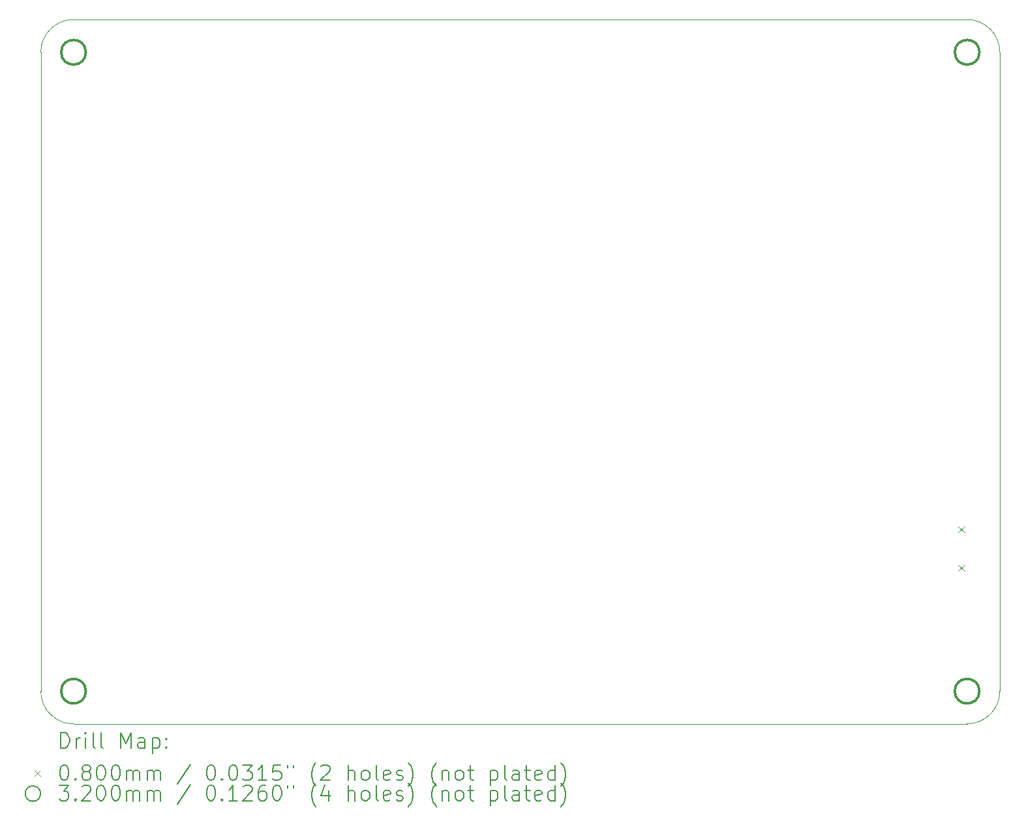
<source format=gbr>
%TF.GenerationSoftware,KiCad,Pcbnew,8.0.8*%
%TF.CreationDate,2025-03-22T16:06:52-05:00*%
%TF.ProjectId,ControllerPCB,436f6e74-726f-46c6-9c65-725043422e6b,rev?*%
%TF.SameCoordinates,Original*%
%TF.FileFunction,Drillmap*%
%TF.FilePolarity,Positive*%
%FSLAX45Y45*%
G04 Gerber Fmt 4.5, Leading zero omitted, Abs format (unit mm)*
G04 Created by KiCad (PCBNEW 8.0.8) date 2025-03-22 16:06:52*
%MOMM*%
%LPD*%
G01*
G04 APERTURE LIST*
%ADD10C,0.050000*%
%ADD11C,0.200000*%
%ADD12C,0.100000*%
%ADD13C,0.320000*%
G04 APERTURE END LIST*
D10*
X20625000Y-14500000D02*
G75*
G02*
X20200000Y-14925000I-425000J0D01*
G01*
X8600000Y-14925000D02*
G75*
G02*
X8175000Y-14500000I0J425000D01*
G01*
X8175000Y-6200000D02*
G75*
G02*
X8600000Y-5775000I425000J0D01*
G01*
X20200000Y-5775000D02*
G75*
G02*
X20625000Y-6200000I0J-425000D01*
G01*
X8600000Y-14925000D02*
X20200000Y-14925000D01*
X8175000Y-6200000D02*
X8175000Y-14500000D01*
X20200000Y-5775000D02*
X8600000Y-5775000D01*
X20625000Y-14500000D02*
X20625000Y-6200000D01*
D11*
D12*
X20085000Y-12360500D02*
X20165000Y-12440500D01*
X20165000Y-12360500D02*
X20085000Y-12440500D01*
X20085000Y-12860500D02*
X20165000Y-12940500D01*
X20165000Y-12860500D02*
X20085000Y-12940500D01*
D13*
X8760000Y-6200000D02*
G75*
G02*
X8440000Y-6200000I-160000J0D01*
G01*
X8440000Y-6200000D02*
G75*
G02*
X8760000Y-6200000I160000J0D01*
G01*
X8760000Y-14500000D02*
G75*
G02*
X8440000Y-14500000I-160000J0D01*
G01*
X8440000Y-14500000D02*
G75*
G02*
X8760000Y-14500000I160000J0D01*
G01*
X20360000Y-6200000D02*
G75*
G02*
X20040000Y-6200000I-160000J0D01*
G01*
X20040000Y-6200000D02*
G75*
G02*
X20360000Y-6200000I160000J0D01*
G01*
X20360000Y-14500000D02*
G75*
G02*
X20040000Y-14500000I-160000J0D01*
G01*
X20040000Y-14500000D02*
G75*
G02*
X20360000Y-14500000I160000J0D01*
G01*
D11*
X8433277Y-15238984D02*
X8433277Y-15038984D01*
X8433277Y-15038984D02*
X8480896Y-15038984D01*
X8480896Y-15038984D02*
X8509467Y-15048508D01*
X8509467Y-15048508D02*
X8528515Y-15067555D01*
X8528515Y-15067555D02*
X8538039Y-15086603D01*
X8538039Y-15086603D02*
X8547563Y-15124698D01*
X8547563Y-15124698D02*
X8547563Y-15153269D01*
X8547563Y-15153269D02*
X8538039Y-15191365D01*
X8538039Y-15191365D02*
X8528515Y-15210412D01*
X8528515Y-15210412D02*
X8509467Y-15229460D01*
X8509467Y-15229460D02*
X8480896Y-15238984D01*
X8480896Y-15238984D02*
X8433277Y-15238984D01*
X8633277Y-15238984D02*
X8633277Y-15105650D01*
X8633277Y-15143746D02*
X8642801Y-15124698D01*
X8642801Y-15124698D02*
X8652324Y-15115174D01*
X8652324Y-15115174D02*
X8671372Y-15105650D01*
X8671372Y-15105650D02*
X8690420Y-15105650D01*
X8757086Y-15238984D02*
X8757086Y-15105650D01*
X8757086Y-15038984D02*
X8747563Y-15048508D01*
X8747563Y-15048508D02*
X8757086Y-15058031D01*
X8757086Y-15058031D02*
X8766610Y-15048508D01*
X8766610Y-15048508D02*
X8757086Y-15038984D01*
X8757086Y-15038984D02*
X8757086Y-15058031D01*
X8880896Y-15238984D02*
X8861848Y-15229460D01*
X8861848Y-15229460D02*
X8852324Y-15210412D01*
X8852324Y-15210412D02*
X8852324Y-15038984D01*
X8985658Y-15238984D02*
X8966610Y-15229460D01*
X8966610Y-15229460D02*
X8957086Y-15210412D01*
X8957086Y-15210412D02*
X8957086Y-15038984D01*
X9214229Y-15238984D02*
X9214229Y-15038984D01*
X9214229Y-15038984D02*
X9280896Y-15181841D01*
X9280896Y-15181841D02*
X9347563Y-15038984D01*
X9347563Y-15038984D02*
X9347563Y-15238984D01*
X9528515Y-15238984D02*
X9528515Y-15134222D01*
X9528515Y-15134222D02*
X9518991Y-15115174D01*
X9518991Y-15115174D02*
X9499944Y-15105650D01*
X9499944Y-15105650D02*
X9461848Y-15105650D01*
X9461848Y-15105650D02*
X9442801Y-15115174D01*
X9528515Y-15229460D02*
X9509467Y-15238984D01*
X9509467Y-15238984D02*
X9461848Y-15238984D01*
X9461848Y-15238984D02*
X9442801Y-15229460D01*
X9442801Y-15229460D02*
X9433277Y-15210412D01*
X9433277Y-15210412D02*
X9433277Y-15191365D01*
X9433277Y-15191365D02*
X9442801Y-15172317D01*
X9442801Y-15172317D02*
X9461848Y-15162793D01*
X9461848Y-15162793D02*
X9509467Y-15162793D01*
X9509467Y-15162793D02*
X9528515Y-15153269D01*
X9623753Y-15105650D02*
X9623753Y-15305650D01*
X9623753Y-15115174D02*
X9642801Y-15105650D01*
X9642801Y-15105650D02*
X9680896Y-15105650D01*
X9680896Y-15105650D02*
X9699944Y-15115174D01*
X9699944Y-15115174D02*
X9709467Y-15124698D01*
X9709467Y-15124698D02*
X9718991Y-15143746D01*
X9718991Y-15143746D02*
X9718991Y-15200888D01*
X9718991Y-15200888D02*
X9709467Y-15219936D01*
X9709467Y-15219936D02*
X9699944Y-15229460D01*
X9699944Y-15229460D02*
X9680896Y-15238984D01*
X9680896Y-15238984D02*
X9642801Y-15238984D01*
X9642801Y-15238984D02*
X9623753Y-15229460D01*
X9804705Y-15219936D02*
X9814229Y-15229460D01*
X9814229Y-15229460D02*
X9804705Y-15238984D01*
X9804705Y-15238984D02*
X9795182Y-15229460D01*
X9795182Y-15229460D02*
X9804705Y-15219936D01*
X9804705Y-15219936D02*
X9804705Y-15238984D01*
X9804705Y-15115174D02*
X9814229Y-15124698D01*
X9814229Y-15124698D02*
X9804705Y-15134222D01*
X9804705Y-15134222D02*
X9795182Y-15124698D01*
X9795182Y-15124698D02*
X9804705Y-15115174D01*
X9804705Y-15115174D02*
X9804705Y-15134222D01*
D12*
X8092500Y-15527500D02*
X8172500Y-15607500D01*
X8172500Y-15527500D02*
X8092500Y-15607500D01*
D11*
X8471372Y-15458984D02*
X8490420Y-15458984D01*
X8490420Y-15458984D02*
X8509467Y-15468508D01*
X8509467Y-15468508D02*
X8518991Y-15478031D01*
X8518991Y-15478031D02*
X8528515Y-15497079D01*
X8528515Y-15497079D02*
X8538039Y-15535174D01*
X8538039Y-15535174D02*
X8538039Y-15582793D01*
X8538039Y-15582793D02*
X8528515Y-15620888D01*
X8528515Y-15620888D02*
X8518991Y-15639936D01*
X8518991Y-15639936D02*
X8509467Y-15649460D01*
X8509467Y-15649460D02*
X8490420Y-15658984D01*
X8490420Y-15658984D02*
X8471372Y-15658984D01*
X8471372Y-15658984D02*
X8452324Y-15649460D01*
X8452324Y-15649460D02*
X8442801Y-15639936D01*
X8442801Y-15639936D02*
X8433277Y-15620888D01*
X8433277Y-15620888D02*
X8423753Y-15582793D01*
X8423753Y-15582793D02*
X8423753Y-15535174D01*
X8423753Y-15535174D02*
X8433277Y-15497079D01*
X8433277Y-15497079D02*
X8442801Y-15478031D01*
X8442801Y-15478031D02*
X8452324Y-15468508D01*
X8452324Y-15468508D02*
X8471372Y-15458984D01*
X8623753Y-15639936D02*
X8633277Y-15649460D01*
X8633277Y-15649460D02*
X8623753Y-15658984D01*
X8623753Y-15658984D02*
X8614229Y-15649460D01*
X8614229Y-15649460D02*
X8623753Y-15639936D01*
X8623753Y-15639936D02*
X8623753Y-15658984D01*
X8747563Y-15544698D02*
X8728515Y-15535174D01*
X8728515Y-15535174D02*
X8718991Y-15525650D01*
X8718991Y-15525650D02*
X8709467Y-15506603D01*
X8709467Y-15506603D02*
X8709467Y-15497079D01*
X8709467Y-15497079D02*
X8718991Y-15478031D01*
X8718991Y-15478031D02*
X8728515Y-15468508D01*
X8728515Y-15468508D02*
X8747563Y-15458984D01*
X8747563Y-15458984D02*
X8785658Y-15458984D01*
X8785658Y-15458984D02*
X8804705Y-15468508D01*
X8804705Y-15468508D02*
X8814229Y-15478031D01*
X8814229Y-15478031D02*
X8823753Y-15497079D01*
X8823753Y-15497079D02*
X8823753Y-15506603D01*
X8823753Y-15506603D02*
X8814229Y-15525650D01*
X8814229Y-15525650D02*
X8804705Y-15535174D01*
X8804705Y-15535174D02*
X8785658Y-15544698D01*
X8785658Y-15544698D02*
X8747563Y-15544698D01*
X8747563Y-15544698D02*
X8728515Y-15554222D01*
X8728515Y-15554222D02*
X8718991Y-15563746D01*
X8718991Y-15563746D02*
X8709467Y-15582793D01*
X8709467Y-15582793D02*
X8709467Y-15620888D01*
X8709467Y-15620888D02*
X8718991Y-15639936D01*
X8718991Y-15639936D02*
X8728515Y-15649460D01*
X8728515Y-15649460D02*
X8747563Y-15658984D01*
X8747563Y-15658984D02*
X8785658Y-15658984D01*
X8785658Y-15658984D02*
X8804705Y-15649460D01*
X8804705Y-15649460D02*
X8814229Y-15639936D01*
X8814229Y-15639936D02*
X8823753Y-15620888D01*
X8823753Y-15620888D02*
X8823753Y-15582793D01*
X8823753Y-15582793D02*
X8814229Y-15563746D01*
X8814229Y-15563746D02*
X8804705Y-15554222D01*
X8804705Y-15554222D02*
X8785658Y-15544698D01*
X8947563Y-15458984D02*
X8966610Y-15458984D01*
X8966610Y-15458984D02*
X8985658Y-15468508D01*
X8985658Y-15468508D02*
X8995182Y-15478031D01*
X8995182Y-15478031D02*
X9004705Y-15497079D01*
X9004705Y-15497079D02*
X9014229Y-15535174D01*
X9014229Y-15535174D02*
X9014229Y-15582793D01*
X9014229Y-15582793D02*
X9004705Y-15620888D01*
X9004705Y-15620888D02*
X8995182Y-15639936D01*
X8995182Y-15639936D02*
X8985658Y-15649460D01*
X8985658Y-15649460D02*
X8966610Y-15658984D01*
X8966610Y-15658984D02*
X8947563Y-15658984D01*
X8947563Y-15658984D02*
X8928515Y-15649460D01*
X8928515Y-15649460D02*
X8918991Y-15639936D01*
X8918991Y-15639936D02*
X8909467Y-15620888D01*
X8909467Y-15620888D02*
X8899944Y-15582793D01*
X8899944Y-15582793D02*
X8899944Y-15535174D01*
X8899944Y-15535174D02*
X8909467Y-15497079D01*
X8909467Y-15497079D02*
X8918991Y-15478031D01*
X8918991Y-15478031D02*
X8928515Y-15468508D01*
X8928515Y-15468508D02*
X8947563Y-15458984D01*
X9138039Y-15458984D02*
X9157086Y-15458984D01*
X9157086Y-15458984D02*
X9176134Y-15468508D01*
X9176134Y-15468508D02*
X9185658Y-15478031D01*
X9185658Y-15478031D02*
X9195182Y-15497079D01*
X9195182Y-15497079D02*
X9204705Y-15535174D01*
X9204705Y-15535174D02*
X9204705Y-15582793D01*
X9204705Y-15582793D02*
X9195182Y-15620888D01*
X9195182Y-15620888D02*
X9185658Y-15639936D01*
X9185658Y-15639936D02*
X9176134Y-15649460D01*
X9176134Y-15649460D02*
X9157086Y-15658984D01*
X9157086Y-15658984D02*
X9138039Y-15658984D01*
X9138039Y-15658984D02*
X9118991Y-15649460D01*
X9118991Y-15649460D02*
X9109467Y-15639936D01*
X9109467Y-15639936D02*
X9099944Y-15620888D01*
X9099944Y-15620888D02*
X9090420Y-15582793D01*
X9090420Y-15582793D02*
X9090420Y-15535174D01*
X9090420Y-15535174D02*
X9099944Y-15497079D01*
X9099944Y-15497079D02*
X9109467Y-15478031D01*
X9109467Y-15478031D02*
X9118991Y-15468508D01*
X9118991Y-15468508D02*
X9138039Y-15458984D01*
X9290420Y-15658984D02*
X9290420Y-15525650D01*
X9290420Y-15544698D02*
X9299944Y-15535174D01*
X9299944Y-15535174D02*
X9318991Y-15525650D01*
X9318991Y-15525650D02*
X9347563Y-15525650D01*
X9347563Y-15525650D02*
X9366610Y-15535174D01*
X9366610Y-15535174D02*
X9376134Y-15554222D01*
X9376134Y-15554222D02*
X9376134Y-15658984D01*
X9376134Y-15554222D02*
X9385658Y-15535174D01*
X9385658Y-15535174D02*
X9404705Y-15525650D01*
X9404705Y-15525650D02*
X9433277Y-15525650D01*
X9433277Y-15525650D02*
X9452325Y-15535174D01*
X9452325Y-15535174D02*
X9461848Y-15554222D01*
X9461848Y-15554222D02*
X9461848Y-15658984D01*
X9557086Y-15658984D02*
X9557086Y-15525650D01*
X9557086Y-15544698D02*
X9566610Y-15535174D01*
X9566610Y-15535174D02*
X9585658Y-15525650D01*
X9585658Y-15525650D02*
X9614229Y-15525650D01*
X9614229Y-15525650D02*
X9633277Y-15535174D01*
X9633277Y-15535174D02*
X9642801Y-15554222D01*
X9642801Y-15554222D02*
X9642801Y-15658984D01*
X9642801Y-15554222D02*
X9652325Y-15535174D01*
X9652325Y-15535174D02*
X9671372Y-15525650D01*
X9671372Y-15525650D02*
X9699944Y-15525650D01*
X9699944Y-15525650D02*
X9718991Y-15535174D01*
X9718991Y-15535174D02*
X9728515Y-15554222D01*
X9728515Y-15554222D02*
X9728515Y-15658984D01*
X10118991Y-15449460D02*
X9947563Y-15706603D01*
X10376134Y-15458984D02*
X10395182Y-15458984D01*
X10395182Y-15458984D02*
X10414229Y-15468508D01*
X10414229Y-15468508D02*
X10423753Y-15478031D01*
X10423753Y-15478031D02*
X10433277Y-15497079D01*
X10433277Y-15497079D02*
X10442801Y-15535174D01*
X10442801Y-15535174D02*
X10442801Y-15582793D01*
X10442801Y-15582793D02*
X10433277Y-15620888D01*
X10433277Y-15620888D02*
X10423753Y-15639936D01*
X10423753Y-15639936D02*
X10414229Y-15649460D01*
X10414229Y-15649460D02*
X10395182Y-15658984D01*
X10395182Y-15658984D02*
X10376134Y-15658984D01*
X10376134Y-15658984D02*
X10357087Y-15649460D01*
X10357087Y-15649460D02*
X10347563Y-15639936D01*
X10347563Y-15639936D02*
X10338039Y-15620888D01*
X10338039Y-15620888D02*
X10328515Y-15582793D01*
X10328515Y-15582793D02*
X10328515Y-15535174D01*
X10328515Y-15535174D02*
X10338039Y-15497079D01*
X10338039Y-15497079D02*
X10347563Y-15478031D01*
X10347563Y-15478031D02*
X10357087Y-15468508D01*
X10357087Y-15468508D02*
X10376134Y-15458984D01*
X10528515Y-15639936D02*
X10538039Y-15649460D01*
X10538039Y-15649460D02*
X10528515Y-15658984D01*
X10528515Y-15658984D02*
X10518991Y-15649460D01*
X10518991Y-15649460D02*
X10528515Y-15639936D01*
X10528515Y-15639936D02*
X10528515Y-15658984D01*
X10661848Y-15458984D02*
X10680896Y-15458984D01*
X10680896Y-15458984D02*
X10699944Y-15468508D01*
X10699944Y-15468508D02*
X10709468Y-15478031D01*
X10709468Y-15478031D02*
X10718991Y-15497079D01*
X10718991Y-15497079D02*
X10728515Y-15535174D01*
X10728515Y-15535174D02*
X10728515Y-15582793D01*
X10728515Y-15582793D02*
X10718991Y-15620888D01*
X10718991Y-15620888D02*
X10709468Y-15639936D01*
X10709468Y-15639936D02*
X10699944Y-15649460D01*
X10699944Y-15649460D02*
X10680896Y-15658984D01*
X10680896Y-15658984D02*
X10661848Y-15658984D01*
X10661848Y-15658984D02*
X10642801Y-15649460D01*
X10642801Y-15649460D02*
X10633277Y-15639936D01*
X10633277Y-15639936D02*
X10623753Y-15620888D01*
X10623753Y-15620888D02*
X10614229Y-15582793D01*
X10614229Y-15582793D02*
X10614229Y-15535174D01*
X10614229Y-15535174D02*
X10623753Y-15497079D01*
X10623753Y-15497079D02*
X10633277Y-15478031D01*
X10633277Y-15478031D02*
X10642801Y-15468508D01*
X10642801Y-15468508D02*
X10661848Y-15458984D01*
X10795182Y-15458984D02*
X10918991Y-15458984D01*
X10918991Y-15458984D02*
X10852325Y-15535174D01*
X10852325Y-15535174D02*
X10880896Y-15535174D01*
X10880896Y-15535174D02*
X10899944Y-15544698D01*
X10899944Y-15544698D02*
X10909468Y-15554222D01*
X10909468Y-15554222D02*
X10918991Y-15573269D01*
X10918991Y-15573269D02*
X10918991Y-15620888D01*
X10918991Y-15620888D02*
X10909468Y-15639936D01*
X10909468Y-15639936D02*
X10899944Y-15649460D01*
X10899944Y-15649460D02*
X10880896Y-15658984D01*
X10880896Y-15658984D02*
X10823753Y-15658984D01*
X10823753Y-15658984D02*
X10804706Y-15649460D01*
X10804706Y-15649460D02*
X10795182Y-15639936D01*
X11109468Y-15658984D02*
X10995182Y-15658984D01*
X11052325Y-15658984D02*
X11052325Y-15458984D01*
X11052325Y-15458984D02*
X11033277Y-15487555D01*
X11033277Y-15487555D02*
X11014229Y-15506603D01*
X11014229Y-15506603D02*
X10995182Y-15516127D01*
X11290420Y-15458984D02*
X11195182Y-15458984D01*
X11195182Y-15458984D02*
X11185658Y-15554222D01*
X11185658Y-15554222D02*
X11195182Y-15544698D01*
X11195182Y-15544698D02*
X11214229Y-15535174D01*
X11214229Y-15535174D02*
X11261848Y-15535174D01*
X11261848Y-15535174D02*
X11280896Y-15544698D01*
X11280896Y-15544698D02*
X11290420Y-15554222D01*
X11290420Y-15554222D02*
X11299944Y-15573269D01*
X11299944Y-15573269D02*
X11299944Y-15620888D01*
X11299944Y-15620888D02*
X11290420Y-15639936D01*
X11290420Y-15639936D02*
X11280896Y-15649460D01*
X11280896Y-15649460D02*
X11261848Y-15658984D01*
X11261848Y-15658984D02*
X11214229Y-15658984D01*
X11214229Y-15658984D02*
X11195182Y-15649460D01*
X11195182Y-15649460D02*
X11185658Y-15639936D01*
X11376134Y-15458984D02*
X11376134Y-15497079D01*
X11452325Y-15458984D02*
X11452325Y-15497079D01*
X11747563Y-15735174D02*
X11738039Y-15725650D01*
X11738039Y-15725650D02*
X11718991Y-15697079D01*
X11718991Y-15697079D02*
X11709468Y-15678031D01*
X11709468Y-15678031D02*
X11699944Y-15649460D01*
X11699944Y-15649460D02*
X11690420Y-15601841D01*
X11690420Y-15601841D02*
X11690420Y-15563746D01*
X11690420Y-15563746D02*
X11699944Y-15516127D01*
X11699944Y-15516127D02*
X11709468Y-15487555D01*
X11709468Y-15487555D02*
X11718991Y-15468508D01*
X11718991Y-15468508D02*
X11738039Y-15439936D01*
X11738039Y-15439936D02*
X11747563Y-15430412D01*
X11814229Y-15478031D02*
X11823753Y-15468508D01*
X11823753Y-15468508D02*
X11842801Y-15458984D01*
X11842801Y-15458984D02*
X11890420Y-15458984D01*
X11890420Y-15458984D02*
X11909468Y-15468508D01*
X11909468Y-15468508D02*
X11918991Y-15478031D01*
X11918991Y-15478031D02*
X11928515Y-15497079D01*
X11928515Y-15497079D02*
X11928515Y-15516127D01*
X11928515Y-15516127D02*
X11918991Y-15544698D01*
X11918991Y-15544698D02*
X11804706Y-15658984D01*
X11804706Y-15658984D02*
X11928515Y-15658984D01*
X12166610Y-15658984D02*
X12166610Y-15458984D01*
X12252325Y-15658984D02*
X12252325Y-15554222D01*
X12252325Y-15554222D02*
X12242801Y-15535174D01*
X12242801Y-15535174D02*
X12223753Y-15525650D01*
X12223753Y-15525650D02*
X12195182Y-15525650D01*
X12195182Y-15525650D02*
X12176134Y-15535174D01*
X12176134Y-15535174D02*
X12166610Y-15544698D01*
X12376134Y-15658984D02*
X12357087Y-15649460D01*
X12357087Y-15649460D02*
X12347563Y-15639936D01*
X12347563Y-15639936D02*
X12338039Y-15620888D01*
X12338039Y-15620888D02*
X12338039Y-15563746D01*
X12338039Y-15563746D02*
X12347563Y-15544698D01*
X12347563Y-15544698D02*
X12357087Y-15535174D01*
X12357087Y-15535174D02*
X12376134Y-15525650D01*
X12376134Y-15525650D02*
X12404706Y-15525650D01*
X12404706Y-15525650D02*
X12423753Y-15535174D01*
X12423753Y-15535174D02*
X12433277Y-15544698D01*
X12433277Y-15544698D02*
X12442801Y-15563746D01*
X12442801Y-15563746D02*
X12442801Y-15620888D01*
X12442801Y-15620888D02*
X12433277Y-15639936D01*
X12433277Y-15639936D02*
X12423753Y-15649460D01*
X12423753Y-15649460D02*
X12404706Y-15658984D01*
X12404706Y-15658984D02*
X12376134Y-15658984D01*
X12557087Y-15658984D02*
X12538039Y-15649460D01*
X12538039Y-15649460D02*
X12528515Y-15630412D01*
X12528515Y-15630412D02*
X12528515Y-15458984D01*
X12709468Y-15649460D02*
X12690420Y-15658984D01*
X12690420Y-15658984D02*
X12652325Y-15658984D01*
X12652325Y-15658984D02*
X12633277Y-15649460D01*
X12633277Y-15649460D02*
X12623753Y-15630412D01*
X12623753Y-15630412D02*
X12623753Y-15554222D01*
X12623753Y-15554222D02*
X12633277Y-15535174D01*
X12633277Y-15535174D02*
X12652325Y-15525650D01*
X12652325Y-15525650D02*
X12690420Y-15525650D01*
X12690420Y-15525650D02*
X12709468Y-15535174D01*
X12709468Y-15535174D02*
X12718991Y-15554222D01*
X12718991Y-15554222D02*
X12718991Y-15573269D01*
X12718991Y-15573269D02*
X12623753Y-15592317D01*
X12795182Y-15649460D02*
X12814230Y-15658984D01*
X12814230Y-15658984D02*
X12852325Y-15658984D01*
X12852325Y-15658984D02*
X12871372Y-15649460D01*
X12871372Y-15649460D02*
X12880896Y-15630412D01*
X12880896Y-15630412D02*
X12880896Y-15620888D01*
X12880896Y-15620888D02*
X12871372Y-15601841D01*
X12871372Y-15601841D02*
X12852325Y-15592317D01*
X12852325Y-15592317D02*
X12823753Y-15592317D01*
X12823753Y-15592317D02*
X12804706Y-15582793D01*
X12804706Y-15582793D02*
X12795182Y-15563746D01*
X12795182Y-15563746D02*
X12795182Y-15554222D01*
X12795182Y-15554222D02*
X12804706Y-15535174D01*
X12804706Y-15535174D02*
X12823753Y-15525650D01*
X12823753Y-15525650D02*
X12852325Y-15525650D01*
X12852325Y-15525650D02*
X12871372Y-15535174D01*
X12947563Y-15735174D02*
X12957087Y-15725650D01*
X12957087Y-15725650D02*
X12976134Y-15697079D01*
X12976134Y-15697079D02*
X12985658Y-15678031D01*
X12985658Y-15678031D02*
X12995182Y-15649460D01*
X12995182Y-15649460D02*
X13004706Y-15601841D01*
X13004706Y-15601841D02*
X13004706Y-15563746D01*
X13004706Y-15563746D02*
X12995182Y-15516127D01*
X12995182Y-15516127D02*
X12985658Y-15487555D01*
X12985658Y-15487555D02*
X12976134Y-15468508D01*
X12976134Y-15468508D02*
X12957087Y-15439936D01*
X12957087Y-15439936D02*
X12947563Y-15430412D01*
X13309468Y-15735174D02*
X13299944Y-15725650D01*
X13299944Y-15725650D02*
X13280896Y-15697079D01*
X13280896Y-15697079D02*
X13271372Y-15678031D01*
X13271372Y-15678031D02*
X13261849Y-15649460D01*
X13261849Y-15649460D02*
X13252325Y-15601841D01*
X13252325Y-15601841D02*
X13252325Y-15563746D01*
X13252325Y-15563746D02*
X13261849Y-15516127D01*
X13261849Y-15516127D02*
X13271372Y-15487555D01*
X13271372Y-15487555D02*
X13280896Y-15468508D01*
X13280896Y-15468508D02*
X13299944Y-15439936D01*
X13299944Y-15439936D02*
X13309468Y-15430412D01*
X13385658Y-15525650D02*
X13385658Y-15658984D01*
X13385658Y-15544698D02*
X13395182Y-15535174D01*
X13395182Y-15535174D02*
X13414230Y-15525650D01*
X13414230Y-15525650D02*
X13442801Y-15525650D01*
X13442801Y-15525650D02*
X13461849Y-15535174D01*
X13461849Y-15535174D02*
X13471372Y-15554222D01*
X13471372Y-15554222D02*
X13471372Y-15658984D01*
X13595182Y-15658984D02*
X13576134Y-15649460D01*
X13576134Y-15649460D02*
X13566611Y-15639936D01*
X13566611Y-15639936D02*
X13557087Y-15620888D01*
X13557087Y-15620888D02*
X13557087Y-15563746D01*
X13557087Y-15563746D02*
X13566611Y-15544698D01*
X13566611Y-15544698D02*
X13576134Y-15535174D01*
X13576134Y-15535174D02*
X13595182Y-15525650D01*
X13595182Y-15525650D02*
X13623753Y-15525650D01*
X13623753Y-15525650D02*
X13642801Y-15535174D01*
X13642801Y-15535174D02*
X13652325Y-15544698D01*
X13652325Y-15544698D02*
X13661849Y-15563746D01*
X13661849Y-15563746D02*
X13661849Y-15620888D01*
X13661849Y-15620888D02*
X13652325Y-15639936D01*
X13652325Y-15639936D02*
X13642801Y-15649460D01*
X13642801Y-15649460D02*
X13623753Y-15658984D01*
X13623753Y-15658984D02*
X13595182Y-15658984D01*
X13718992Y-15525650D02*
X13795182Y-15525650D01*
X13747563Y-15458984D02*
X13747563Y-15630412D01*
X13747563Y-15630412D02*
X13757087Y-15649460D01*
X13757087Y-15649460D02*
X13776134Y-15658984D01*
X13776134Y-15658984D02*
X13795182Y-15658984D01*
X14014230Y-15525650D02*
X14014230Y-15725650D01*
X14014230Y-15535174D02*
X14033277Y-15525650D01*
X14033277Y-15525650D02*
X14071373Y-15525650D01*
X14071373Y-15525650D02*
X14090420Y-15535174D01*
X14090420Y-15535174D02*
X14099944Y-15544698D01*
X14099944Y-15544698D02*
X14109468Y-15563746D01*
X14109468Y-15563746D02*
X14109468Y-15620888D01*
X14109468Y-15620888D02*
X14099944Y-15639936D01*
X14099944Y-15639936D02*
X14090420Y-15649460D01*
X14090420Y-15649460D02*
X14071373Y-15658984D01*
X14071373Y-15658984D02*
X14033277Y-15658984D01*
X14033277Y-15658984D02*
X14014230Y-15649460D01*
X14223753Y-15658984D02*
X14204706Y-15649460D01*
X14204706Y-15649460D02*
X14195182Y-15630412D01*
X14195182Y-15630412D02*
X14195182Y-15458984D01*
X14385658Y-15658984D02*
X14385658Y-15554222D01*
X14385658Y-15554222D02*
X14376134Y-15535174D01*
X14376134Y-15535174D02*
X14357087Y-15525650D01*
X14357087Y-15525650D02*
X14318992Y-15525650D01*
X14318992Y-15525650D02*
X14299944Y-15535174D01*
X14385658Y-15649460D02*
X14366611Y-15658984D01*
X14366611Y-15658984D02*
X14318992Y-15658984D01*
X14318992Y-15658984D02*
X14299944Y-15649460D01*
X14299944Y-15649460D02*
X14290420Y-15630412D01*
X14290420Y-15630412D02*
X14290420Y-15611365D01*
X14290420Y-15611365D02*
X14299944Y-15592317D01*
X14299944Y-15592317D02*
X14318992Y-15582793D01*
X14318992Y-15582793D02*
X14366611Y-15582793D01*
X14366611Y-15582793D02*
X14385658Y-15573269D01*
X14452325Y-15525650D02*
X14528515Y-15525650D01*
X14480896Y-15458984D02*
X14480896Y-15630412D01*
X14480896Y-15630412D02*
X14490420Y-15649460D01*
X14490420Y-15649460D02*
X14509468Y-15658984D01*
X14509468Y-15658984D02*
X14528515Y-15658984D01*
X14671373Y-15649460D02*
X14652325Y-15658984D01*
X14652325Y-15658984D02*
X14614230Y-15658984D01*
X14614230Y-15658984D02*
X14595182Y-15649460D01*
X14595182Y-15649460D02*
X14585658Y-15630412D01*
X14585658Y-15630412D02*
X14585658Y-15554222D01*
X14585658Y-15554222D02*
X14595182Y-15535174D01*
X14595182Y-15535174D02*
X14614230Y-15525650D01*
X14614230Y-15525650D02*
X14652325Y-15525650D01*
X14652325Y-15525650D02*
X14671373Y-15535174D01*
X14671373Y-15535174D02*
X14680896Y-15554222D01*
X14680896Y-15554222D02*
X14680896Y-15573269D01*
X14680896Y-15573269D02*
X14585658Y-15592317D01*
X14852325Y-15658984D02*
X14852325Y-15458984D01*
X14852325Y-15649460D02*
X14833277Y-15658984D01*
X14833277Y-15658984D02*
X14795182Y-15658984D01*
X14795182Y-15658984D02*
X14776134Y-15649460D01*
X14776134Y-15649460D02*
X14766611Y-15639936D01*
X14766611Y-15639936D02*
X14757087Y-15620888D01*
X14757087Y-15620888D02*
X14757087Y-15563746D01*
X14757087Y-15563746D02*
X14766611Y-15544698D01*
X14766611Y-15544698D02*
X14776134Y-15535174D01*
X14776134Y-15535174D02*
X14795182Y-15525650D01*
X14795182Y-15525650D02*
X14833277Y-15525650D01*
X14833277Y-15525650D02*
X14852325Y-15535174D01*
X14928515Y-15735174D02*
X14938039Y-15725650D01*
X14938039Y-15725650D02*
X14957087Y-15697079D01*
X14957087Y-15697079D02*
X14966611Y-15678031D01*
X14966611Y-15678031D02*
X14976134Y-15649460D01*
X14976134Y-15649460D02*
X14985658Y-15601841D01*
X14985658Y-15601841D02*
X14985658Y-15563746D01*
X14985658Y-15563746D02*
X14976134Y-15516127D01*
X14976134Y-15516127D02*
X14966611Y-15487555D01*
X14966611Y-15487555D02*
X14957087Y-15468508D01*
X14957087Y-15468508D02*
X14938039Y-15439936D01*
X14938039Y-15439936D02*
X14928515Y-15430412D01*
X8172500Y-15831500D02*
G75*
G02*
X7972500Y-15831500I-100000J0D01*
G01*
X7972500Y-15831500D02*
G75*
G02*
X8172500Y-15831500I100000J0D01*
G01*
X8414229Y-15722984D02*
X8538039Y-15722984D01*
X8538039Y-15722984D02*
X8471372Y-15799174D01*
X8471372Y-15799174D02*
X8499944Y-15799174D01*
X8499944Y-15799174D02*
X8518991Y-15808698D01*
X8518991Y-15808698D02*
X8528515Y-15818222D01*
X8528515Y-15818222D02*
X8538039Y-15837269D01*
X8538039Y-15837269D02*
X8538039Y-15884888D01*
X8538039Y-15884888D02*
X8528515Y-15903936D01*
X8528515Y-15903936D02*
X8518991Y-15913460D01*
X8518991Y-15913460D02*
X8499944Y-15922984D01*
X8499944Y-15922984D02*
X8442801Y-15922984D01*
X8442801Y-15922984D02*
X8423753Y-15913460D01*
X8423753Y-15913460D02*
X8414229Y-15903936D01*
X8623753Y-15903936D02*
X8633277Y-15913460D01*
X8633277Y-15913460D02*
X8623753Y-15922984D01*
X8623753Y-15922984D02*
X8614229Y-15913460D01*
X8614229Y-15913460D02*
X8623753Y-15903936D01*
X8623753Y-15903936D02*
X8623753Y-15922984D01*
X8709467Y-15742031D02*
X8718991Y-15732508D01*
X8718991Y-15732508D02*
X8738039Y-15722984D01*
X8738039Y-15722984D02*
X8785658Y-15722984D01*
X8785658Y-15722984D02*
X8804705Y-15732508D01*
X8804705Y-15732508D02*
X8814229Y-15742031D01*
X8814229Y-15742031D02*
X8823753Y-15761079D01*
X8823753Y-15761079D02*
X8823753Y-15780127D01*
X8823753Y-15780127D02*
X8814229Y-15808698D01*
X8814229Y-15808698D02*
X8699944Y-15922984D01*
X8699944Y-15922984D02*
X8823753Y-15922984D01*
X8947563Y-15722984D02*
X8966610Y-15722984D01*
X8966610Y-15722984D02*
X8985658Y-15732508D01*
X8985658Y-15732508D02*
X8995182Y-15742031D01*
X8995182Y-15742031D02*
X9004705Y-15761079D01*
X9004705Y-15761079D02*
X9014229Y-15799174D01*
X9014229Y-15799174D02*
X9014229Y-15846793D01*
X9014229Y-15846793D02*
X9004705Y-15884888D01*
X9004705Y-15884888D02*
X8995182Y-15903936D01*
X8995182Y-15903936D02*
X8985658Y-15913460D01*
X8985658Y-15913460D02*
X8966610Y-15922984D01*
X8966610Y-15922984D02*
X8947563Y-15922984D01*
X8947563Y-15922984D02*
X8928515Y-15913460D01*
X8928515Y-15913460D02*
X8918991Y-15903936D01*
X8918991Y-15903936D02*
X8909467Y-15884888D01*
X8909467Y-15884888D02*
X8899944Y-15846793D01*
X8899944Y-15846793D02*
X8899944Y-15799174D01*
X8899944Y-15799174D02*
X8909467Y-15761079D01*
X8909467Y-15761079D02*
X8918991Y-15742031D01*
X8918991Y-15742031D02*
X8928515Y-15732508D01*
X8928515Y-15732508D02*
X8947563Y-15722984D01*
X9138039Y-15722984D02*
X9157086Y-15722984D01*
X9157086Y-15722984D02*
X9176134Y-15732508D01*
X9176134Y-15732508D02*
X9185658Y-15742031D01*
X9185658Y-15742031D02*
X9195182Y-15761079D01*
X9195182Y-15761079D02*
X9204705Y-15799174D01*
X9204705Y-15799174D02*
X9204705Y-15846793D01*
X9204705Y-15846793D02*
X9195182Y-15884888D01*
X9195182Y-15884888D02*
X9185658Y-15903936D01*
X9185658Y-15903936D02*
X9176134Y-15913460D01*
X9176134Y-15913460D02*
X9157086Y-15922984D01*
X9157086Y-15922984D02*
X9138039Y-15922984D01*
X9138039Y-15922984D02*
X9118991Y-15913460D01*
X9118991Y-15913460D02*
X9109467Y-15903936D01*
X9109467Y-15903936D02*
X9099944Y-15884888D01*
X9099944Y-15884888D02*
X9090420Y-15846793D01*
X9090420Y-15846793D02*
X9090420Y-15799174D01*
X9090420Y-15799174D02*
X9099944Y-15761079D01*
X9099944Y-15761079D02*
X9109467Y-15742031D01*
X9109467Y-15742031D02*
X9118991Y-15732508D01*
X9118991Y-15732508D02*
X9138039Y-15722984D01*
X9290420Y-15922984D02*
X9290420Y-15789650D01*
X9290420Y-15808698D02*
X9299944Y-15799174D01*
X9299944Y-15799174D02*
X9318991Y-15789650D01*
X9318991Y-15789650D02*
X9347563Y-15789650D01*
X9347563Y-15789650D02*
X9366610Y-15799174D01*
X9366610Y-15799174D02*
X9376134Y-15818222D01*
X9376134Y-15818222D02*
X9376134Y-15922984D01*
X9376134Y-15818222D02*
X9385658Y-15799174D01*
X9385658Y-15799174D02*
X9404705Y-15789650D01*
X9404705Y-15789650D02*
X9433277Y-15789650D01*
X9433277Y-15789650D02*
X9452325Y-15799174D01*
X9452325Y-15799174D02*
X9461848Y-15818222D01*
X9461848Y-15818222D02*
X9461848Y-15922984D01*
X9557086Y-15922984D02*
X9557086Y-15789650D01*
X9557086Y-15808698D02*
X9566610Y-15799174D01*
X9566610Y-15799174D02*
X9585658Y-15789650D01*
X9585658Y-15789650D02*
X9614229Y-15789650D01*
X9614229Y-15789650D02*
X9633277Y-15799174D01*
X9633277Y-15799174D02*
X9642801Y-15818222D01*
X9642801Y-15818222D02*
X9642801Y-15922984D01*
X9642801Y-15818222D02*
X9652325Y-15799174D01*
X9652325Y-15799174D02*
X9671372Y-15789650D01*
X9671372Y-15789650D02*
X9699944Y-15789650D01*
X9699944Y-15789650D02*
X9718991Y-15799174D01*
X9718991Y-15799174D02*
X9728515Y-15818222D01*
X9728515Y-15818222D02*
X9728515Y-15922984D01*
X10118991Y-15713460D02*
X9947563Y-15970603D01*
X10376134Y-15722984D02*
X10395182Y-15722984D01*
X10395182Y-15722984D02*
X10414229Y-15732508D01*
X10414229Y-15732508D02*
X10423753Y-15742031D01*
X10423753Y-15742031D02*
X10433277Y-15761079D01*
X10433277Y-15761079D02*
X10442801Y-15799174D01*
X10442801Y-15799174D02*
X10442801Y-15846793D01*
X10442801Y-15846793D02*
X10433277Y-15884888D01*
X10433277Y-15884888D02*
X10423753Y-15903936D01*
X10423753Y-15903936D02*
X10414229Y-15913460D01*
X10414229Y-15913460D02*
X10395182Y-15922984D01*
X10395182Y-15922984D02*
X10376134Y-15922984D01*
X10376134Y-15922984D02*
X10357087Y-15913460D01*
X10357087Y-15913460D02*
X10347563Y-15903936D01*
X10347563Y-15903936D02*
X10338039Y-15884888D01*
X10338039Y-15884888D02*
X10328515Y-15846793D01*
X10328515Y-15846793D02*
X10328515Y-15799174D01*
X10328515Y-15799174D02*
X10338039Y-15761079D01*
X10338039Y-15761079D02*
X10347563Y-15742031D01*
X10347563Y-15742031D02*
X10357087Y-15732508D01*
X10357087Y-15732508D02*
X10376134Y-15722984D01*
X10528515Y-15903936D02*
X10538039Y-15913460D01*
X10538039Y-15913460D02*
X10528515Y-15922984D01*
X10528515Y-15922984D02*
X10518991Y-15913460D01*
X10518991Y-15913460D02*
X10528515Y-15903936D01*
X10528515Y-15903936D02*
X10528515Y-15922984D01*
X10728515Y-15922984D02*
X10614229Y-15922984D01*
X10671372Y-15922984D02*
X10671372Y-15722984D01*
X10671372Y-15722984D02*
X10652325Y-15751555D01*
X10652325Y-15751555D02*
X10633277Y-15770603D01*
X10633277Y-15770603D02*
X10614229Y-15780127D01*
X10804706Y-15742031D02*
X10814229Y-15732508D01*
X10814229Y-15732508D02*
X10833277Y-15722984D01*
X10833277Y-15722984D02*
X10880896Y-15722984D01*
X10880896Y-15722984D02*
X10899944Y-15732508D01*
X10899944Y-15732508D02*
X10909468Y-15742031D01*
X10909468Y-15742031D02*
X10918991Y-15761079D01*
X10918991Y-15761079D02*
X10918991Y-15780127D01*
X10918991Y-15780127D02*
X10909468Y-15808698D01*
X10909468Y-15808698D02*
X10795182Y-15922984D01*
X10795182Y-15922984D02*
X10918991Y-15922984D01*
X11090420Y-15722984D02*
X11052325Y-15722984D01*
X11052325Y-15722984D02*
X11033277Y-15732508D01*
X11033277Y-15732508D02*
X11023753Y-15742031D01*
X11023753Y-15742031D02*
X11004706Y-15770603D01*
X11004706Y-15770603D02*
X10995182Y-15808698D01*
X10995182Y-15808698D02*
X10995182Y-15884888D01*
X10995182Y-15884888D02*
X11004706Y-15903936D01*
X11004706Y-15903936D02*
X11014229Y-15913460D01*
X11014229Y-15913460D02*
X11033277Y-15922984D01*
X11033277Y-15922984D02*
X11071372Y-15922984D01*
X11071372Y-15922984D02*
X11090420Y-15913460D01*
X11090420Y-15913460D02*
X11099944Y-15903936D01*
X11099944Y-15903936D02*
X11109468Y-15884888D01*
X11109468Y-15884888D02*
X11109468Y-15837269D01*
X11109468Y-15837269D02*
X11099944Y-15818222D01*
X11099944Y-15818222D02*
X11090420Y-15808698D01*
X11090420Y-15808698D02*
X11071372Y-15799174D01*
X11071372Y-15799174D02*
X11033277Y-15799174D01*
X11033277Y-15799174D02*
X11014229Y-15808698D01*
X11014229Y-15808698D02*
X11004706Y-15818222D01*
X11004706Y-15818222D02*
X10995182Y-15837269D01*
X11233277Y-15722984D02*
X11252325Y-15722984D01*
X11252325Y-15722984D02*
X11271372Y-15732508D01*
X11271372Y-15732508D02*
X11280896Y-15742031D01*
X11280896Y-15742031D02*
X11290420Y-15761079D01*
X11290420Y-15761079D02*
X11299944Y-15799174D01*
X11299944Y-15799174D02*
X11299944Y-15846793D01*
X11299944Y-15846793D02*
X11290420Y-15884888D01*
X11290420Y-15884888D02*
X11280896Y-15903936D01*
X11280896Y-15903936D02*
X11271372Y-15913460D01*
X11271372Y-15913460D02*
X11252325Y-15922984D01*
X11252325Y-15922984D02*
X11233277Y-15922984D01*
X11233277Y-15922984D02*
X11214229Y-15913460D01*
X11214229Y-15913460D02*
X11204706Y-15903936D01*
X11204706Y-15903936D02*
X11195182Y-15884888D01*
X11195182Y-15884888D02*
X11185658Y-15846793D01*
X11185658Y-15846793D02*
X11185658Y-15799174D01*
X11185658Y-15799174D02*
X11195182Y-15761079D01*
X11195182Y-15761079D02*
X11204706Y-15742031D01*
X11204706Y-15742031D02*
X11214229Y-15732508D01*
X11214229Y-15732508D02*
X11233277Y-15722984D01*
X11376134Y-15722984D02*
X11376134Y-15761079D01*
X11452325Y-15722984D02*
X11452325Y-15761079D01*
X11747563Y-15999174D02*
X11738039Y-15989650D01*
X11738039Y-15989650D02*
X11718991Y-15961079D01*
X11718991Y-15961079D02*
X11709468Y-15942031D01*
X11709468Y-15942031D02*
X11699944Y-15913460D01*
X11699944Y-15913460D02*
X11690420Y-15865841D01*
X11690420Y-15865841D02*
X11690420Y-15827746D01*
X11690420Y-15827746D02*
X11699944Y-15780127D01*
X11699944Y-15780127D02*
X11709468Y-15751555D01*
X11709468Y-15751555D02*
X11718991Y-15732508D01*
X11718991Y-15732508D02*
X11738039Y-15703936D01*
X11738039Y-15703936D02*
X11747563Y-15694412D01*
X11909468Y-15789650D02*
X11909468Y-15922984D01*
X11861848Y-15713460D02*
X11814229Y-15856317D01*
X11814229Y-15856317D02*
X11938039Y-15856317D01*
X12166610Y-15922984D02*
X12166610Y-15722984D01*
X12252325Y-15922984D02*
X12252325Y-15818222D01*
X12252325Y-15818222D02*
X12242801Y-15799174D01*
X12242801Y-15799174D02*
X12223753Y-15789650D01*
X12223753Y-15789650D02*
X12195182Y-15789650D01*
X12195182Y-15789650D02*
X12176134Y-15799174D01*
X12176134Y-15799174D02*
X12166610Y-15808698D01*
X12376134Y-15922984D02*
X12357087Y-15913460D01*
X12357087Y-15913460D02*
X12347563Y-15903936D01*
X12347563Y-15903936D02*
X12338039Y-15884888D01*
X12338039Y-15884888D02*
X12338039Y-15827746D01*
X12338039Y-15827746D02*
X12347563Y-15808698D01*
X12347563Y-15808698D02*
X12357087Y-15799174D01*
X12357087Y-15799174D02*
X12376134Y-15789650D01*
X12376134Y-15789650D02*
X12404706Y-15789650D01*
X12404706Y-15789650D02*
X12423753Y-15799174D01*
X12423753Y-15799174D02*
X12433277Y-15808698D01*
X12433277Y-15808698D02*
X12442801Y-15827746D01*
X12442801Y-15827746D02*
X12442801Y-15884888D01*
X12442801Y-15884888D02*
X12433277Y-15903936D01*
X12433277Y-15903936D02*
X12423753Y-15913460D01*
X12423753Y-15913460D02*
X12404706Y-15922984D01*
X12404706Y-15922984D02*
X12376134Y-15922984D01*
X12557087Y-15922984D02*
X12538039Y-15913460D01*
X12538039Y-15913460D02*
X12528515Y-15894412D01*
X12528515Y-15894412D02*
X12528515Y-15722984D01*
X12709468Y-15913460D02*
X12690420Y-15922984D01*
X12690420Y-15922984D02*
X12652325Y-15922984D01*
X12652325Y-15922984D02*
X12633277Y-15913460D01*
X12633277Y-15913460D02*
X12623753Y-15894412D01*
X12623753Y-15894412D02*
X12623753Y-15818222D01*
X12623753Y-15818222D02*
X12633277Y-15799174D01*
X12633277Y-15799174D02*
X12652325Y-15789650D01*
X12652325Y-15789650D02*
X12690420Y-15789650D01*
X12690420Y-15789650D02*
X12709468Y-15799174D01*
X12709468Y-15799174D02*
X12718991Y-15818222D01*
X12718991Y-15818222D02*
X12718991Y-15837269D01*
X12718991Y-15837269D02*
X12623753Y-15856317D01*
X12795182Y-15913460D02*
X12814230Y-15922984D01*
X12814230Y-15922984D02*
X12852325Y-15922984D01*
X12852325Y-15922984D02*
X12871372Y-15913460D01*
X12871372Y-15913460D02*
X12880896Y-15894412D01*
X12880896Y-15894412D02*
X12880896Y-15884888D01*
X12880896Y-15884888D02*
X12871372Y-15865841D01*
X12871372Y-15865841D02*
X12852325Y-15856317D01*
X12852325Y-15856317D02*
X12823753Y-15856317D01*
X12823753Y-15856317D02*
X12804706Y-15846793D01*
X12804706Y-15846793D02*
X12795182Y-15827746D01*
X12795182Y-15827746D02*
X12795182Y-15818222D01*
X12795182Y-15818222D02*
X12804706Y-15799174D01*
X12804706Y-15799174D02*
X12823753Y-15789650D01*
X12823753Y-15789650D02*
X12852325Y-15789650D01*
X12852325Y-15789650D02*
X12871372Y-15799174D01*
X12947563Y-15999174D02*
X12957087Y-15989650D01*
X12957087Y-15989650D02*
X12976134Y-15961079D01*
X12976134Y-15961079D02*
X12985658Y-15942031D01*
X12985658Y-15942031D02*
X12995182Y-15913460D01*
X12995182Y-15913460D02*
X13004706Y-15865841D01*
X13004706Y-15865841D02*
X13004706Y-15827746D01*
X13004706Y-15827746D02*
X12995182Y-15780127D01*
X12995182Y-15780127D02*
X12985658Y-15751555D01*
X12985658Y-15751555D02*
X12976134Y-15732508D01*
X12976134Y-15732508D02*
X12957087Y-15703936D01*
X12957087Y-15703936D02*
X12947563Y-15694412D01*
X13309468Y-15999174D02*
X13299944Y-15989650D01*
X13299944Y-15989650D02*
X13280896Y-15961079D01*
X13280896Y-15961079D02*
X13271372Y-15942031D01*
X13271372Y-15942031D02*
X13261849Y-15913460D01*
X13261849Y-15913460D02*
X13252325Y-15865841D01*
X13252325Y-15865841D02*
X13252325Y-15827746D01*
X13252325Y-15827746D02*
X13261849Y-15780127D01*
X13261849Y-15780127D02*
X13271372Y-15751555D01*
X13271372Y-15751555D02*
X13280896Y-15732508D01*
X13280896Y-15732508D02*
X13299944Y-15703936D01*
X13299944Y-15703936D02*
X13309468Y-15694412D01*
X13385658Y-15789650D02*
X13385658Y-15922984D01*
X13385658Y-15808698D02*
X13395182Y-15799174D01*
X13395182Y-15799174D02*
X13414230Y-15789650D01*
X13414230Y-15789650D02*
X13442801Y-15789650D01*
X13442801Y-15789650D02*
X13461849Y-15799174D01*
X13461849Y-15799174D02*
X13471372Y-15818222D01*
X13471372Y-15818222D02*
X13471372Y-15922984D01*
X13595182Y-15922984D02*
X13576134Y-15913460D01*
X13576134Y-15913460D02*
X13566611Y-15903936D01*
X13566611Y-15903936D02*
X13557087Y-15884888D01*
X13557087Y-15884888D02*
X13557087Y-15827746D01*
X13557087Y-15827746D02*
X13566611Y-15808698D01*
X13566611Y-15808698D02*
X13576134Y-15799174D01*
X13576134Y-15799174D02*
X13595182Y-15789650D01*
X13595182Y-15789650D02*
X13623753Y-15789650D01*
X13623753Y-15789650D02*
X13642801Y-15799174D01*
X13642801Y-15799174D02*
X13652325Y-15808698D01*
X13652325Y-15808698D02*
X13661849Y-15827746D01*
X13661849Y-15827746D02*
X13661849Y-15884888D01*
X13661849Y-15884888D02*
X13652325Y-15903936D01*
X13652325Y-15903936D02*
X13642801Y-15913460D01*
X13642801Y-15913460D02*
X13623753Y-15922984D01*
X13623753Y-15922984D02*
X13595182Y-15922984D01*
X13718992Y-15789650D02*
X13795182Y-15789650D01*
X13747563Y-15722984D02*
X13747563Y-15894412D01*
X13747563Y-15894412D02*
X13757087Y-15913460D01*
X13757087Y-15913460D02*
X13776134Y-15922984D01*
X13776134Y-15922984D02*
X13795182Y-15922984D01*
X14014230Y-15789650D02*
X14014230Y-15989650D01*
X14014230Y-15799174D02*
X14033277Y-15789650D01*
X14033277Y-15789650D02*
X14071373Y-15789650D01*
X14071373Y-15789650D02*
X14090420Y-15799174D01*
X14090420Y-15799174D02*
X14099944Y-15808698D01*
X14099944Y-15808698D02*
X14109468Y-15827746D01*
X14109468Y-15827746D02*
X14109468Y-15884888D01*
X14109468Y-15884888D02*
X14099944Y-15903936D01*
X14099944Y-15903936D02*
X14090420Y-15913460D01*
X14090420Y-15913460D02*
X14071373Y-15922984D01*
X14071373Y-15922984D02*
X14033277Y-15922984D01*
X14033277Y-15922984D02*
X14014230Y-15913460D01*
X14223753Y-15922984D02*
X14204706Y-15913460D01*
X14204706Y-15913460D02*
X14195182Y-15894412D01*
X14195182Y-15894412D02*
X14195182Y-15722984D01*
X14385658Y-15922984D02*
X14385658Y-15818222D01*
X14385658Y-15818222D02*
X14376134Y-15799174D01*
X14376134Y-15799174D02*
X14357087Y-15789650D01*
X14357087Y-15789650D02*
X14318992Y-15789650D01*
X14318992Y-15789650D02*
X14299944Y-15799174D01*
X14385658Y-15913460D02*
X14366611Y-15922984D01*
X14366611Y-15922984D02*
X14318992Y-15922984D01*
X14318992Y-15922984D02*
X14299944Y-15913460D01*
X14299944Y-15913460D02*
X14290420Y-15894412D01*
X14290420Y-15894412D02*
X14290420Y-15875365D01*
X14290420Y-15875365D02*
X14299944Y-15856317D01*
X14299944Y-15856317D02*
X14318992Y-15846793D01*
X14318992Y-15846793D02*
X14366611Y-15846793D01*
X14366611Y-15846793D02*
X14385658Y-15837269D01*
X14452325Y-15789650D02*
X14528515Y-15789650D01*
X14480896Y-15722984D02*
X14480896Y-15894412D01*
X14480896Y-15894412D02*
X14490420Y-15913460D01*
X14490420Y-15913460D02*
X14509468Y-15922984D01*
X14509468Y-15922984D02*
X14528515Y-15922984D01*
X14671373Y-15913460D02*
X14652325Y-15922984D01*
X14652325Y-15922984D02*
X14614230Y-15922984D01*
X14614230Y-15922984D02*
X14595182Y-15913460D01*
X14595182Y-15913460D02*
X14585658Y-15894412D01*
X14585658Y-15894412D02*
X14585658Y-15818222D01*
X14585658Y-15818222D02*
X14595182Y-15799174D01*
X14595182Y-15799174D02*
X14614230Y-15789650D01*
X14614230Y-15789650D02*
X14652325Y-15789650D01*
X14652325Y-15789650D02*
X14671373Y-15799174D01*
X14671373Y-15799174D02*
X14680896Y-15818222D01*
X14680896Y-15818222D02*
X14680896Y-15837269D01*
X14680896Y-15837269D02*
X14585658Y-15856317D01*
X14852325Y-15922984D02*
X14852325Y-15722984D01*
X14852325Y-15913460D02*
X14833277Y-15922984D01*
X14833277Y-15922984D02*
X14795182Y-15922984D01*
X14795182Y-15922984D02*
X14776134Y-15913460D01*
X14776134Y-15913460D02*
X14766611Y-15903936D01*
X14766611Y-15903936D02*
X14757087Y-15884888D01*
X14757087Y-15884888D02*
X14757087Y-15827746D01*
X14757087Y-15827746D02*
X14766611Y-15808698D01*
X14766611Y-15808698D02*
X14776134Y-15799174D01*
X14776134Y-15799174D02*
X14795182Y-15789650D01*
X14795182Y-15789650D02*
X14833277Y-15789650D01*
X14833277Y-15789650D02*
X14852325Y-15799174D01*
X14928515Y-15999174D02*
X14938039Y-15989650D01*
X14938039Y-15989650D02*
X14957087Y-15961079D01*
X14957087Y-15961079D02*
X14966611Y-15942031D01*
X14966611Y-15942031D02*
X14976134Y-15913460D01*
X14976134Y-15913460D02*
X14985658Y-15865841D01*
X14985658Y-15865841D02*
X14985658Y-15827746D01*
X14985658Y-15827746D02*
X14976134Y-15780127D01*
X14976134Y-15780127D02*
X14966611Y-15751555D01*
X14966611Y-15751555D02*
X14957087Y-15732508D01*
X14957087Y-15732508D02*
X14938039Y-15703936D01*
X14938039Y-15703936D02*
X14928515Y-15694412D01*
M02*

</source>
